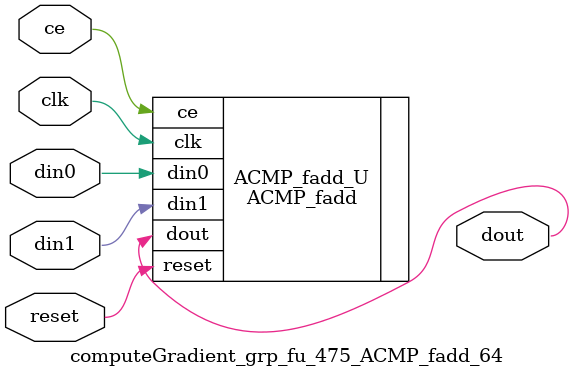
<source format=v>

`timescale 1 ns / 1 ps
module computeGradient_grp_fu_475_ACMP_fadd_64(
    clk,
    reset,
    ce,
    din0,
    din1,
    dout);

parameter ID = 32'd1;
parameter NUM_STAGE = 32'd1;
parameter din0_WIDTH = 32'd1;
parameter din1_WIDTH = 32'd1;
parameter dout_WIDTH = 32'd1;
input clk;
input reset;
input ce;
input[din0_WIDTH - 1:0] din0;
input[din1_WIDTH - 1:0] din1;
output[dout_WIDTH - 1:0] dout;



ACMP_fadd #(
.ID( ID ),
.NUM_STAGE( 4 ),
.din0_WIDTH( din0_WIDTH ),
.din1_WIDTH( din1_WIDTH ),
.dout_WIDTH( dout_WIDTH ))
ACMP_fadd_U(
    .clk( clk ),
    .reset( reset ),
    .ce( ce ),
    .din0( din0 ),
    .din1( din1 ),
    .dout( dout ));

endmodule

</source>
